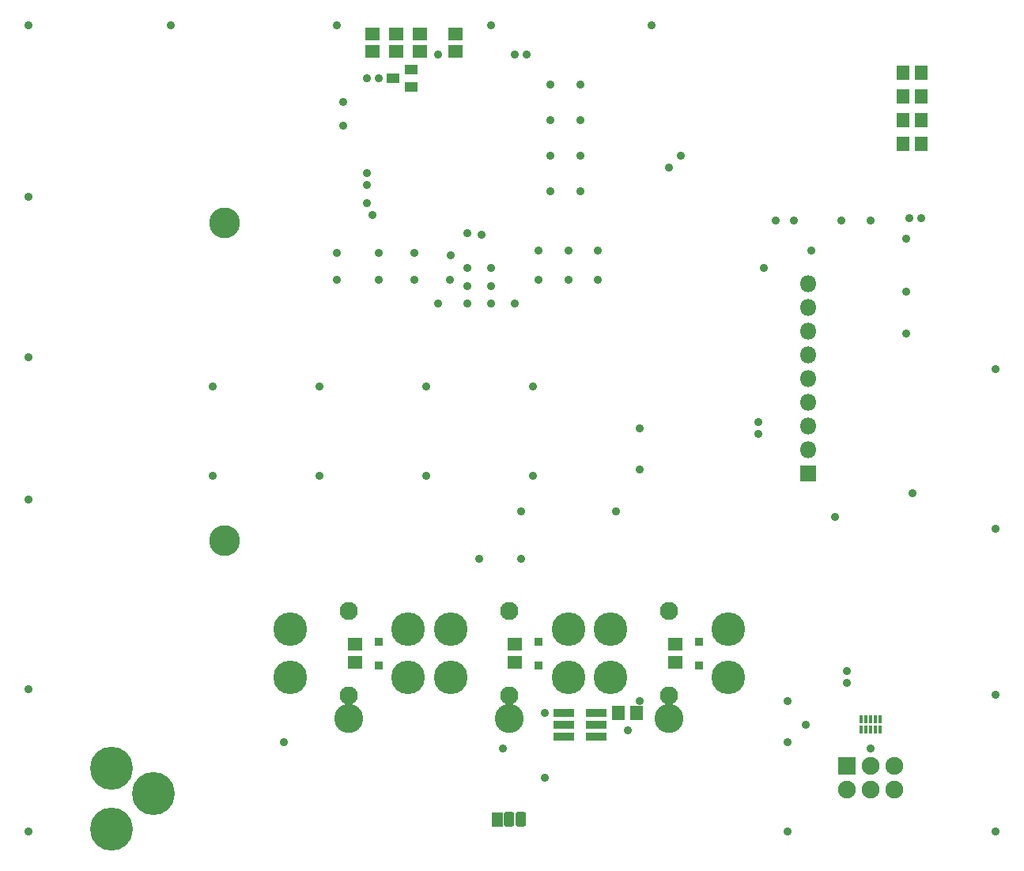
<source format=gbs>
G04 #@! TF.GenerationSoftware,KiCad,Pcbnew,(5.1.6)-1*
G04 #@! TF.CreationDate,2021-06-16T15:57:26+02:00*
G04 #@! TF.ProjectId,wall-sensor-of-room-temperature,77616c6c-2d73-4656-9e73-6f722d6f662d,rev?*
G04 #@! TF.SameCoordinates,Original*
G04 #@! TF.FileFunction,Soldermask,Bot*
G04 #@! TF.FilePolarity,Negative*
%FSLAX46Y46*%
G04 Gerber Fmt 4.6, Leading zero omitted, Abs format (unit mm)*
G04 Created by KiCad (PCBNEW (5.1.6)-1) date 2021-06-16 15:57:26*
%MOMM*%
%LPD*%
G01*
G04 APERTURE LIST*
%ADD10C,0.900000*%
%ADD11O,1.900000X1.900000*%
%ADD12R,1.900000X1.900000*%
%ADD13C,3.300000*%
%ADD14C,4.600000*%
%ADD15R,0.400000X0.900000*%
%ADD16O,1.800000X1.800000*%
%ADD17R,1.800000X1.800000*%
%ADD18R,2.300000X0.900000*%
%ADD19R,1.150000X1.600000*%
%ADD20C,1.950000*%
%ADD21C,3.100000*%
%ADD22C,3.600000*%
%ADD23R,1.400000X1.600000*%
%ADD24R,1.600000X1.400000*%
%ADD25R,1.400000X1.100000*%
%ADD26R,0.900000X0.900000*%
G04 APERTURE END LIST*
D10*
X93345000Y-73660000D03*
X118110000Y-113030000D03*
X127635000Y-140970000D03*
X92075000Y-73660000D03*
X86995000Y-92790002D03*
X88475001Y-92920001D03*
X100965000Y-97790000D03*
X100965000Y-94615000D03*
X97790000Y-97790000D03*
X97790000Y-94615000D03*
X94615000Y-97790000D03*
X94615000Y-94615000D03*
X76835000Y-90805000D03*
X76200000Y-89535000D03*
X76200000Y-87630000D03*
X76200000Y-86360000D03*
X89535000Y-100330000D03*
X92075000Y-100330000D03*
X86995000Y-100330000D03*
X83820000Y-100330000D03*
X89535000Y-98425000D03*
X86995000Y-98425000D03*
X89535000Y-96520000D03*
X86995000Y-96520000D03*
X81280000Y-97790000D03*
X85090000Y-97790000D03*
X73025000Y-94950000D03*
X85205000Y-95135000D03*
X81280000Y-94950000D03*
X77470000Y-94950000D03*
X77470000Y-76200000D03*
X76200000Y-76200000D03*
X73660000Y-81280000D03*
X73660000Y-78740000D03*
X77470000Y-97790000D03*
X73025000Y-97790000D03*
X83820000Y-73660000D03*
X95885000Y-80645000D03*
X95885000Y-84455000D03*
X95885000Y-88265000D03*
X99060000Y-88265000D03*
X99060000Y-84455000D03*
X99060000Y-80645000D03*
X99060000Y-76835000D03*
X95885000Y-76835000D03*
X40005000Y-88900000D03*
X40005000Y-70485000D03*
X55245000Y-70485000D03*
X73025000Y-70485000D03*
X89535000Y-70485000D03*
X106680000Y-70485000D03*
X108585000Y-85725000D03*
X109855000Y-84455000D03*
X135600000Y-91150000D03*
X134330000Y-91150000D03*
X123825000Y-94615000D03*
X118745000Y-96520000D03*
X120015000Y-91440000D03*
X121920000Y-91440000D03*
X127000000Y-91440000D03*
X130175000Y-91440000D03*
X133985000Y-93345000D03*
X133985000Y-99060000D03*
X133985000Y-103505000D03*
X134620000Y-120650000D03*
X118110000Y-114300000D03*
X105410000Y-113665000D03*
X105410000Y-118110000D03*
X102870000Y-122555000D03*
X92710000Y-122555000D03*
X92710000Y-127635000D03*
X143510000Y-124460000D03*
X88265000Y-127635000D03*
X143510000Y-107315000D03*
X126365000Y-123190000D03*
X121285000Y-147320000D03*
X127635000Y-139700000D03*
X121285000Y-142875000D03*
X130175000Y-147955000D03*
X121285000Y-156845000D03*
X123190000Y-145415000D03*
X105410000Y-142875000D03*
X143510000Y-156845000D03*
X104140000Y-146050000D03*
X143510000Y-142240000D03*
X71120000Y-118745000D03*
X71120000Y-109220000D03*
X95250000Y-151130000D03*
X95250000Y-144145000D03*
X82550000Y-109220000D03*
X93980000Y-109220000D03*
X82550000Y-118745000D03*
X93980000Y-118745000D03*
X59690000Y-118745000D03*
X67310000Y-147320000D03*
X90805000Y-147955000D03*
X40005000Y-106045000D03*
X59690000Y-109220000D03*
X40005000Y-121285000D03*
X40005000Y-141605000D03*
X40005000Y-156845000D03*
D11*
X127635000Y-152400000D03*
X130175000Y-152400000D03*
X130175000Y-149860000D03*
D12*
X127635000Y-149860000D03*
D11*
X132715000Y-152400000D03*
X132715000Y-149860000D03*
D13*
X61000000Y-125720000D03*
X61000000Y-91720000D03*
D14*
X48895000Y-150095000D03*
X48895000Y-156595000D03*
X53395000Y-152845000D03*
D15*
X129675000Y-145955000D03*
X131175000Y-145955000D03*
X129175000Y-144875000D03*
X129675000Y-144875000D03*
X130175000Y-145955000D03*
X130675000Y-145955000D03*
X129175000Y-145955000D03*
X130175000Y-144875000D03*
X130675000Y-144875000D03*
X131175000Y-144875000D03*
D16*
X123515000Y-110910000D03*
X123515000Y-108370000D03*
X123515000Y-98210000D03*
X123515000Y-100750000D03*
X123515000Y-115990000D03*
D17*
X123515000Y-118530000D03*
D16*
X123515000Y-113450000D03*
X123515000Y-105830000D03*
X123515000Y-103290000D03*
D18*
X100787200Y-145415000D03*
X100787200Y-146685000D03*
X100787200Y-144145000D03*
X97332800Y-146685000D03*
X97332800Y-145415000D03*
X97332800Y-144145000D03*
G36*
G01*
X92135000Y-156087500D02*
X92135000Y-155062500D01*
G75*
G02*
X92422500Y-154775000I287500J0D01*
G01*
X92997500Y-154775000D01*
G75*
G02*
X93285000Y-155062500I0J-287500D01*
G01*
X93285000Y-156087500D01*
G75*
G02*
X92997500Y-156375000I-287500J0D01*
G01*
X92422500Y-156375000D01*
G75*
G02*
X92135000Y-156087500I0J287500D01*
G01*
G37*
G36*
G01*
X90865000Y-156087500D02*
X90865000Y-155062500D01*
G75*
G02*
X91152500Y-154775000I287500J0D01*
G01*
X91727500Y-154775000D01*
G75*
G02*
X92015000Y-155062500I0J-287500D01*
G01*
X92015000Y-156087500D01*
G75*
G02*
X91727500Y-156375000I-287500J0D01*
G01*
X91152500Y-156375000D01*
G75*
G02*
X90865000Y-156087500I0J287500D01*
G01*
G37*
D19*
X90170000Y-155575000D03*
D20*
X74295000Y-142320000D03*
X74295000Y-133270000D03*
D21*
X74295000Y-144745000D03*
D22*
X80595000Y-140345000D03*
X80595000Y-135245000D03*
X67995000Y-140345000D03*
X67995000Y-135245000D03*
D20*
X91500000Y-142320000D03*
X91500000Y-133270000D03*
D21*
X91500000Y-144745000D03*
D22*
X97800000Y-140345000D03*
X97800000Y-135245000D03*
X85200000Y-140345000D03*
X85200000Y-135245000D03*
D20*
X108585000Y-142320000D03*
X108585000Y-133270000D03*
D21*
X108585000Y-144745000D03*
D22*
X114885000Y-140345000D03*
X114885000Y-135245000D03*
X102285000Y-140345000D03*
X102285000Y-135245000D03*
D23*
X105110000Y-144145000D03*
X103170000Y-144145000D03*
X133650000Y-80645000D03*
X135590000Y-80645000D03*
D24*
X85725000Y-71420000D03*
X85725000Y-73360000D03*
X81915000Y-73360000D03*
X81915000Y-71420000D03*
D25*
X81010000Y-75250000D03*
X79010000Y-76200000D03*
X81010000Y-77150000D03*
D26*
X77470000Y-136525000D03*
X77470000Y-139065000D03*
X94615000Y-136525000D03*
X94615000Y-139065000D03*
X111760000Y-136525000D03*
X111760000Y-139065000D03*
D24*
X74930000Y-136825000D03*
X74930000Y-138765000D03*
X92075000Y-136825000D03*
X92075000Y-138765000D03*
X109220000Y-136825000D03*
X109220000Y-138765000D03*
D23*
X133650000Y-83185000D03*
X135590000Y-83185000D03*
X133650000Y-75565000D03*
X135590000Y-75565000D03*
X133650000Y-78105000D03*
X135590000Y-78105000D03*
D24*
X76835000Y-73360000D03*
X76835000Y-71420000D03*
X79375000Y-73360000D03*
X79375000Y-71420000D03*
M02*

</source>
